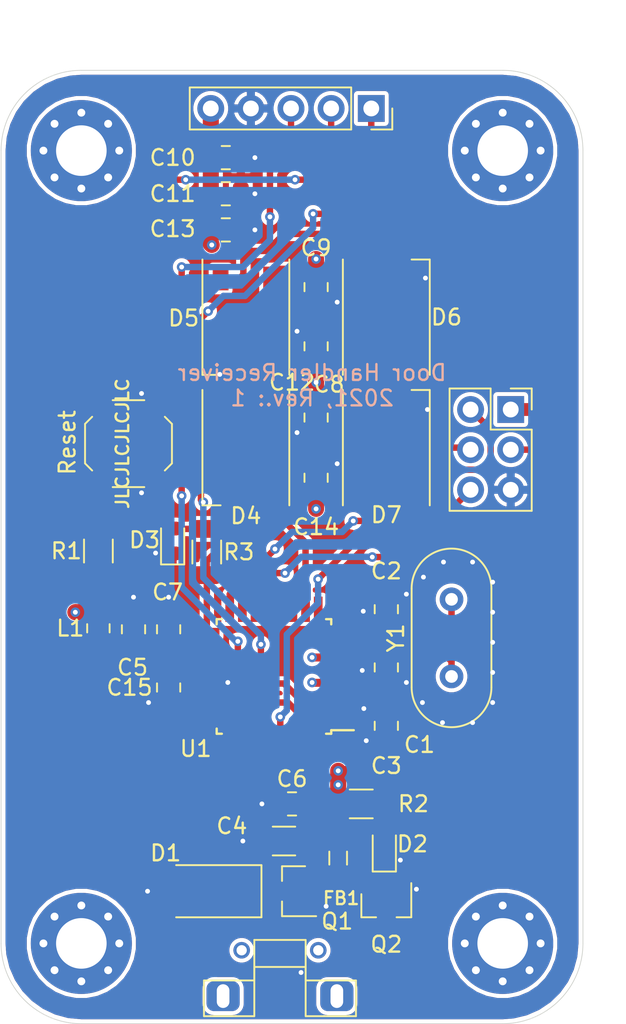
<source format=kicad_pcb>
(kicad_pcb (version 20241229) (generator "pcbnew") (generator_version "9.0")
  (layers (0 "F.Cu" signal) (4 "In1.Cu" power) (6 "In2.Cu" power) (2 "B.Cu" signal) (13 "F.Paste" user) (15 "B.Paste" user) (5 "F.SilkS" user "F.Silkscreen") (7 "B.SilkS" user "B.Silkscreen") (1 "F.Mask" user) (3 "B.Mask" user) (25 "Edge.Cuts" user))
  (net 0 "")
  (net 1 "GND")
  (net 2 "XTAL1")
  (net 3 "XTAL2")
  (net 4 "+5V")
  (net 5 "+5VA")
  (net 6 "AREF")
  (net 7 "Net-(D1-Pad1)")
  (net 8 "Net-(D2-Pad2)")
  (net 9 "Net-(D3-Pad2)")
  (net 10 "Net-(D4-Pad2)")
  (net 11 "D6")
  (net 12 "Net-(D5-Pad2)")
  (net 13 "Net-(D6-Pad2)")
  (net 14 "Net-(D7-Pad2)")
  (net 15 "Net-(FB1-Pad2)")
  (net 16 "!RESET")
  (net 17 "D13")
  (net 18 "D11")
  (net 19 "D12")
  (net 20 "VCC")
  (net 21 "D1")
  (net 22 "D0")
  (net 23 "D2")
  (net 24 "Net-(U1-Pad28)")
  (net 25 "Net-(U1-Pad27)")
  (net 26 "Net-(U1-Pad26)")
  (net 27 "Net-(U1-Pad25)")
  (net 28 "Net-(U1-Pad24)")
  (net 29 "Net-(U1-Pad23)")
  (net 30 "Net-(U1-Pad22)")
  (net 31 "Net-(U1-Pad19)")
  (net 32 "Net-(U1-Pad14)")
  (net 33 "Net-(U1-Pad13)")
  (net 34 "Net-(U1-Pad12)")
  (net 35 "Net-(U1-Pad11)")
  (net 36 "Net-(U1-Pad9)")
  (net 37 "Net-(U1-Pad2)")
  (net 38 "Net-(U1-Pad1)")
  (net 39 "Net-(J1-Pad2)")
  (net 40 "Net-(J1-Pad3)")
  (net 41 "Net-(J1-Pad4)")
  (footprint "Capacitor_SMD:C_0805_2012Metric" (layer "F.Cu") (at 152.654 97.4725 -90)
    (property "Reference" "C1")
    (property "Value" "20pF")
  )
  (footprint "Capacitor_SMD:C_0805_2012Metric" (layer "F.Cu") (at 152.654 93.7895 90)
    (property "Reference" "C2")
    (property "Value" "20pF")
  )
  (footprint "Capacitor_SMD:C_0805_2012Metric" (layer "F.Cu") (at 152.654 101.1682 -90)
    (property "Reference" "C3")
    (property "Value" "0.1uF")
  )
  (footprint "Capacitor_SMD:C_1206_3216Metric" (layer "F.Cu") (at 146.177 108.458 180)
    (property "Reference" "C4")
    (property "Value" "10uF")
  )
  (footprint "Capacitor_SMD:C_0805_2012Metric" (layer "F.Cu") (at 136.652 95.0595 90)
    (property "Reference" "C5")
    (property "Value" "1uF")
  )
  (footprint "Capacitor_SMD:C_0805_2012Metric" (layer "F.Cu") (at 146.685 106.1085 180)
    (property "Reference" "C6")
    (property "Value" "0.1uF")
  )
  (footprint "Capacitor_SMD:C_0805_2012Metric" (layer "F.Cu") (at 138.8745 95.0595 90)
    (property "Reference" "C7")
    (property "Value" "0.1uF")
  )
  (footprint "Capacitor_SMD:C_0805_2012Metric" (layer "F.Cu") (at 148.209 81.661 -90)
    (property "Reference" "C8")
    (property "Value" "0.1uF")
  )
  (footprint "Capacitor_SMD:C_0805_2012Metric" (layer "F.Cu") (at 142.494 65.2145)
    (property "Reference" "C10")
    (property "Value" "22uF")
  )
  (footprint "Capacitor_SMD:C_0805_2012Metric" (layer "F.Cu") (at 142.494 67.5005)
    (property "Reference" "C11")
    (property "Value" "22uF")
  )
  (footprint "Capacitor_SMD:C_0805_2012Metric" (layer "F.Cu") (at 142.494 69.7865)
    (property "Reference" "C13")
    (property "Value" "22uF")
  )
  (footprint "Capacitor_SMD:C_0805_2012Metric" (layer "F.Cu") (at 148.209 85.471 90)
    (property "Reference" "C14")
    (property "Value" "0.1uF")
  )
  (footprint "Capacitor_SMD:C_0805_2012Metric" (layer "F.Cu") (at 138.8745 98.7425 -90)
    (property "Reference" "C15")
    (property "Value" "0.1uF")
  )
  (footprint "Diode_SMD:D_SMA" (layer "F.Cu") (at 141.351 111.633 180)
    (property "Reference" "D1")
    (property "Value" "TVS 5V 824501500")
  )
  (footprint "LED_SMD:LED_0603_1608Metric" (layer "F.Cu") (at 152.527 108.9025 90)
    (property "Reference" "D2")
    (property "Value" "Power LED")
  )
  (footprint "LED_SMD:LED_0603_1608Metric" (layer "F.Cu") (at 139.1285 89.4715 90)
    (property "Reference" "D3")
    (property "Value" "Status LED")
  )
  (footprint "LED_SMD:LED_WS2812B_PLCC4_5.0x5.0mm_P3.2mm" (layer "F.Cu") (at 143.764 83.566 -90)
    (property "Reference" "D4")
    (property "Value" "WS2812C")
  )
  (footprint "LED_SMD:LED_WS2812B_PLCC4_5.0x5.0mm_P3.2mm" (layer "F.Cu") (at 152.654 83.566 90)
    (property "Reference" "D7")
    (property "Value" "WS2812C")
  )
  (footprint "Inductor_SMD:L_0805_2012Metric_Pad1.05x1.20mm_HandSolder" (layer "F.Cu") (at 149.606 109.5375 -90)
    (property "Reference" "FB1")
    (property "Value" "100 FB")
  )
  (footprint "MountingHole:MountingHole_3.2mm_M3_Pad_Via" (layer "F.Cu") (at 133.35 64.77)
    (property "Reference" "H1" (hide yes))
    (property "Value" "MountingHole")
  )
  (footprint "MountingHole:MountingHole_3.2mm_M3_Pad_Via" (layer "F.Cu") (at 133.35 114.935)
    (property "Reference" "H2" (hide yes))
    (property "Value" "MountingHole")
  )
  (footprint "MountingHole:MountingHole_3.2mm_M3_Pad_Via" (layer "F.Cu") (at 160.02 64.77)
    (property "Reference" "H3" (hide yes))
    (property "Value" "MountingHole")
  )
  (footprint "MountingHole:MountingHole_3.2mm_M3_Pad_Via" (layer "F.Cu") (at 160.02 114.935)
    (property "Reference" "H4" (hide yes))
    (property "Value" "MountingHole")
  )
  (footprint "Connector_PinSocket_2.54mm:PinSocket_2x03_P2.54mm_Vertical" (layer "F.Cu") (at 160.528 81.153)
    (property "Reference" "J2" (hide yes))
    (property "Value" "Conn_02x03_Odd_Even")
  )
  (footprint "Connector_PinSocket_2.54mm:PinSocket_1x05_P2.54mm_Vertical" (layer "F.Cu") (at 151.7015 62.103 -90)
    (property "Reference" "J3" (hide yes))
    (property "Value" "HC-12 Connector")
  )
  (footprint "Inductor_SMD:L_0805_2012Metric_Pad1.15x1.40mm_HandSolder" (layer "F.Cu") (at 134.4295 94.996 -90)
    (property "Reference" "L1")
    (property "Value" "39nH")
  )
  (footprint "Package_TO_SOT_SMD:SOT-23" (layer "F.Cu") (at 146.812 111.633 180)
    (property "Reference" "Q1")
    (property "Value" "AO3401A")
  )
  (footprint "Package_TO_SOT_SMD:SOT-23" (layer "F.Cu") (at 152.654 112.522 -90)
    (property "Reference" "Q2")
    (property "Value" "AO3401A")
  )
  (footprint "Resistor_SMD:R_1206_3216Metric" (layer "F.Cu") (at 134.4295 90.1065 90)
    (property "Reference" "R1")
    (property "Value" "10k")
  )
  (footprint "Resistor_SMD:R_1206_3216Metric" (layer "F.Cu") (at 151.0665 106.1085 180)
    (property "Reference" "R2")
    (property "Value" "1.5k")
  )
  (footprint "Resistor_SMD:R_1206_3216Metric" (layer "F.Cu") (at 141.2875 90.17 -90)
    (property "Reference" "R3")
    (property "Value" "1.5k")
  )
  (footprint "Button_Switch_SMD:SW_SPST_TL3342" (layer "F.Cu") (at 136.3345 83.312 90)
    (property "Reference" "SW1" (hide yes))
    (property "Value" "Reset button")
  )
  (footprint "Package_QFP:TQFP-32_7x7mm_P0.8mm" (layer "F.Cu") (at 145.542 98.044 180)
    (property "Reference" "U1")
    (property "Value" "ATmega328P-AU")
  )
  (footprint "Crystal:Crystal_HC49-U_Vertical" (layer "F.Cu") (at 156.7815 98.044 90)
    (property "Reference" "Y1")
    (property "Value" "16Mhz Crystal")
  )
  (footprint "Custom:Micro_USB_B_Female" (layer "F.Cu") (at 145.923 115.57)
    (property "Reference" "J1" (hide yes))
    (property "Value" "USB_B_Micro_Without_Shield")
  )
  (footprint "Capacitor_SMD:C_0805_2012Metric" (layer "F.Cu") (at 148.209 73.406 -90)
    (property "Reference" "C9")
    (property "Value" "0.1uF")
  )
  (footprint "Capacitor_SMD:C_0805_2012Metric" (layer "F.Cu") (at 148.209 77.155 90)
    (property "Reference" "C12")
    (property "Value" "0.1uF")
  )
  (footprint "LED_SMD:LED_WS2812B_PLCC4_5.0x5.0mm_P3.2mm" (layer "F.Cu") (at 143.764 75.311 -90)
    (property "Reference" "D5")
    (property "Value" "WS2812C")
  )
  (footprint "LED_SMD:LED_WS2812B_PLCC4_5.0x5.0mm_P3.2mm" (layer "F.Cu") (at 152.654 75.311 90)
    (property "Reference" "D6")
    (property "Value" "WS2812C")
  )
  (footprint "Custom:JLCPCB_Order_Number" (layer "F.Cu") (at 135.9535 83.312 -90)
    (property "Reference" "REF**" (hide yes))
    (property "Value" "JLCPCB_Order_Number")
  )
  (gr_line (start 160.02 59.69) (end 133.35 59.69) (stroke (width 0.05)) (layer "Edge.Cuts"))
  (gr_line (start 165.1 114.935) (end 165.1 64.77) (stroke (width 0.05)) (layer "Edge.Cuts"))
  (gr_arc (start 133.35 120.015) (mid 129.757898 118.527102) (end 128.27 114.935) (stroke (width 0.05)) (layer "Edge.Cuts"))
  (gr_arc (start 160.02 59.69) (mid 163.612102 61.177898) (end 165.1 64.77) (stroke (width 0.05)) (layer "Edge.Cuts"))
  (gr_arc (start 165.1 114.935) (mid 163.612102 118.527102) (end 160.02 120.015) (stroke (width 0.05)) (layer "Edge.Cuts"))
  (gr_line (start 128.27 64.77) (end 128.27 114.935) (stroke (width 0.05)) (layer "Edge.Cuts"))
  (gr_arc (start 128.27 64.77) (mid 129.757898 61.177898) (end 133.35 59.69) (stroke (width 0.05)) (layer "Edge.Cuts"))
  (gr_line (start 133.35 120.015) (end 160.02 120.015) (stroke (width 0.05)) (layer "Edge.Cuts"))
  (gr_text "Reset" (at 132.461 83.2485 90) (layer "F.SilkS") (effects (font (size 1 1))))
  (gr_text "Door Handler Receiver\n2021, Rev.: 1" (at 147.955 79.629 0) (layer "B.SilkS") (effects (font (size 1 1)) (justify mirror)))
  (segment (start 149.792 99.244) (end 150.7044 99.244) (width 0.4064) (layer "F.Cu") (net 1))
  (segment (start 150.7044 99.244) (end 151.2316 99.7712) (width 0.4064) (layer "F.Cu") (net 1))
  (segment (start 151.2316 99.7712) (end 151.2316 100.076) (width 0.4064) (layer "F.Cu") (net 1))
  (via (at 151.2316 100.076) (size 0.6096) (drill 0.3048) (layers "F.Cu" "B.Cu") (net 1))
  (via (at 159.385 99.695) (size 0.6096) (drill 0.3048) (layers "F.Cu" "B.Cu") (net 1))
  (via (at 151.1935 93.9165) (size 0.6096) (drill 0.3048) (layers "F.Cu" "B.Cu") (net 1))
  (via (at 154.94 99.695) (size 0.6096) (drill 0.3048) (layers "F.Cu" "B.Cu") (net 1))
  (via (at 158.115 100.965) (size 0.6096) (drill 0.3048) (layers "F.Cu" "B.Cu") (net 1))
  (via (at 137.541 111.633) (size 0.6096) (drill 0.3048) (layers "F.Cu" "B.Cu") (net 1))
  (via (at 154.559 111.506) (size 0.6096) (drill 0.3048) (layers "F.Cu" "B.Cu") (net 1))
  (via (at 148.844 112.5855) (size 0.6096) (drill 0.3048) (layers "F.Cu" "B.Cu") (net 1))
  (via (at 147.2565 116.7765) (size 0.6096) (drill 0.3048) (layers "F.Cu" "B.Cu") (net 1))
  (via (at 153.924 98.425) (size 0.6096) (drill 0.3048) (layers "F.Cu" "B.Cu") (net 1))
  (via (at 159.385 93.98) (size 0.6096) (drill 0.3048) (layers "F.Cu" "B.Cu") (net 1))
  (via (at 159.385 95.885) (size 0.6096) (drill 0.3048) (layers "F.Cu" "B.Cu") (net 1))
  (via (at 144.3355 67.5005) (size 0.6096) (drill 0.3048) (layers "F.Cu" "B.Cu") (net 1))
  (via (at 151.384 102.108) (size 0.6096) (drill 0.3048) (layers "F.Cu" "B.Cu") (net 1))
  (via (at 147.0025 82.6135) (size 0.6096) (drill 0.3048) (layers "F.Cu" "B.Cu") (net 1))
  (via (at 143.5735 108.458) (size 0.6096) (drill 0.3048) (layers "F.Cu" "B.Cu") (net 1))
  (via (at 151.13 97.663) (size 0.6096) (drill 0.3048) (layers "F.Cu" "B.Cu") (net 1))
  (via (at 137.16 80.137) (size 0.6096) (drill 0.3048) (layers "F.Cu" "B.Cu") (net 1))
  (via (at 138.8745 93.0275) (size 0.6096) (drill 0.3048) (layers "F.Cu" "B.Cu") (net 1))
  (via (at 149.5425 74.3585) (size 0.6096) (drill 0.3048) (layers "F.Cu" "B.Cu") (net 1))
  (via (at 159.385 97.79) (size 0.6096) (drill 0.3048) (layers "F.Cu" "B.Cu") (net 1))
  (via (at 142.621 98.425) (size 0.6096) (drill 0.3048) (layers "F.Cu" "B.Cu") (net 1))
  (via (at 138.049 90.2335) (size 0.6096) (drill 0.3048) (layers "F.Cu" "B.Cu") (net 1))
  (via (at 144.3355 65.2145) (size 0.6096) (drill 0.3048) (layers "F.Cu" "B.Cu") (net 1))
  (via (at 149.5425 84.582) (size 0.6096) (drill 0.3048) (layers "F.Cu" "B.Cu") (net 1))
  (via (at 137.6045 99.695) (size 0.6096) (drill 0.3048) (layers "F.Cu" "B.Cu") (net 1))
  (via (at 142.113 78.9305) (size 0.6096) (drill 0.3048) (layers "F.Cu" "B.Cu") (net 1))
  (via (at 153.924 92.837) (size 0.6096) (drill 0.3048) (layers "F.Cu" "B.Cu") (net 1))
  (via (at 155.1305 72.8345) (size 0.6096) (drill 0.3048) (layers "F.Cu" "B.Cu") (net 1))
  (via (at 147.0025 76.2) (size 0.6096) (drill 0.3048) (layers "F.Cu" "B.Cu") (net 1))
  (via (at 155.2575 81.153) (size 0.6096) (drill 0.3048) (layers "F.Cu" "B.Cu") (net 1))
  (via (at 144.78 106.1085) (size 0.6096) (drill 0.3048) (layers "F.Cu" "B.Cu") (net 1))
  (via (at 137.16 86.4235) (size 0.6096) (drill 0.3048) (layers "F.Cu" "B.Cu") (net 1))
  (via (at 159.385 92.075) (size 0.6096) (drill 0.3048) (layers "F.Cu" "B.Cu") (net 1))
  (via (at 158.115 90.805) (size 0.6096) (drill 0.3048) (layers "F.Cu" "B.Cu") (net 1))
  (via (at 156.21 100.965) (size 0.6096) (drill 0.3048) (layers "F.Cu" "B.Cu") (net 1))
  (via (at 144.3355 69.7865) (size 0.6096) (drill 0.3048) (layers "F.Cu" "B.Cu") (net 1))
  (via (at 155.0035 91.7575) (size 0.6096) (drill 0.3048) (layers "F.Cu" "B.Cu") (net 1))
  (via (at 156.2735 90.805) (size 0.6096) (drill 0.3048) (layers "F.Cu" "B.Cu") (net 1))
  (via (at 153.543 109.6645) (size 0.6096) (drill 0.3048) (layers "F.Cu" "B.Cu") (net 1))
  (via (at 136.652 93.0275) (size 0.6096) (drill 0.3048) (layers "F.Cu" "B.Cu") (net 1))
  (segment (start 156.7815 97.0915) (end 156.7815 98.044) (width 0.4064) (layer "F.Cu") (net 2))
  (segment (start 156.2125 96.5225) (end 156.7815 97.0915) (width 0.4064) (layer "F.Cu") (net 2))
  (segment (start 149.792 96.044) (end 152.1755 96.044) (width 0.4064) (layer "F.Cu") (net 2))
  (segment (start 152.654 96.5225) (end 156.2125 96.5225) (width 0.4064) (layer "F.Cu") (net 2))
  (segment (start 152.1755 96.044) (end 152.654 96.5225) (width 0.4064) (layer "F.Cu") (net 2))
  (segment (start 149.792 95.244) (end 152.1495 95.244) (width 0.4064) (layer "F.Cu") (net 3))
  (segment (start 152.654 94.7395) (end 156.3395 94.7395) (width 0.4064) (layer "F.Cu") (net 3))
  (segment (start 152.1495 95.244) (end 152.654 94.7395) (width 0.4064) (layer "F.Cu") (net 3))
  (segment (start 156.7815 94.2975) (end 156.7815 93.164) (width 0.4064) (layer "F.Cu") (net 3))
  (segment (start 156.3395 94.7395) (end 156.7815 94.2975) (width 0.4064) (layer "F.Cu") (net 3))
  (segment (start 154.1526 104.013) (end 154.7495 103.4161) (width 0.6096) (layer "F.Cu") (net 4))
  (segment (start 141.544 62.1055) (end 141.5415 62.103) (width 1.016) (layer "F.Cu") (net 4))
  (segment (start 134.4295 93.971) (end 134.4295 91.569) (width 1.016) (layer "F.Cu") (net 4))
  (segment (start 141.544 67.5005) (end 141.544 65.2145) (width 1.016) (layer "F.Cu") (net 4))
  (segment (start 150.71 78.105) (end 151.054 77.761) (width 1.016) (layer "F.Cu") (net 4))
  (segment (start 152.654 100.2182) (end 152.654 100.203) (width 0.508) (layer "F.Cu") (net 4))
  (segment (start 149.604 104.904) (end 149.606 104.902) (width 1.016) (layer "F.Cu") (net 4))
  (segment (start 147.974 98.444) (end 147.955 98.425) (width 0.508) (layer "F.Cu") (net 4))
  (segment (start 148.209 72.456) (end 145.769 72.456) (width 0.8128) (layer "F.Cu") (net 4))
  (segment (start 148.209 86.421) (end 150.649 86.421) (width 1.016) (layer "F.Cu") (net 4))
  (segment (start 154.7495 100.711) (end 154.2567 100.2182) (width 0.6096) (layer "F.Cu") (net 4))
  (segment (start 141.605 70.739) (end 141.544 70.678) (width 1.016) (layer "F.Cu") (net 4))
  (segment (start 149.606 104.013) (end 149.606 104.902) (width 1.016) (layer "F.Cu") (net 4))
  (segment (start 147.9615 96.844) (end 147.955 96.8375) (width 0.508) (layer "F.Cu") (net 4))
  (segment (start 132.978 93.971) (end 134.4295 93.971) (width 1.016) (layer "F.Cu") (net 4))
  (segment (start 141.544 69.7865) (end 141.544 67.5005) (width 1.016) (layer "F.Cu") (net 4))
  (segment (start 149.792 98.444) (end 147.974 98.444) (width 0.508) (layer "F.Cu") (net 4))
  (segment (start 141.544 70.678) (end 141.544 69.7865) (width 1.016) (layer "F.Cu") (net 4))
  (segment (start 149.606 104.013) (end 154.1526 104.013) (width 0.6096) (layer "F.Cu") (net 4))
  (segment (start 148.209 79.4385) (end 148.209 80.711) (width 1.016) (layer "F.Cu") (net 4))
  (segment (start 154.7495 103.4161) (end 154.7495 100.711) (width 0.6096) (layer "F.Cu") (net 4))
  (segment (start 141.544 65.2145) (end 141.544 62.1055) (width 1.016) (layer "F.Cu") (net 4))
  (segment (start 154.2567 100.2182) (end 152.654 100.2182) (width 0.6096) (layer "F.Cu") (net 4))
  (segment (start 150.649 86.421) (end 151.054 86.016) (width 1.016) (layer "F.Cu") (net 4))
  (segment (start 149.606 108.3875) (end 147.7225 108.3875) (width 1.016) (layer "F.Cu") (net 4))
  (segment (start 147.7225 108.3875) (end 147.652 108.458) (width 1.016) (layer "F.Cu") (net 4))
  (segment (start 147.652 108.458) (end 147.652 106.1255) (width 1.016) (layer "F.Cu") (net 4))
  (segment (start 145.769 72.456) (end 145.364 72.861) (width 0.8128) (layer "F.Cu") (net 4))
  (segment (start 132.969 93.98) (end 132.978 93.971) (width 1.016) (layer "F.Cu") (net 4))
  (segment (start 150.895 98.444) (end 149.792 98.444) (width 0.508) (layer "F.Cu") (net 4))
  (segment (start 148.209 78.105) (end 150.71 78.105) (width 1.016) (layer "F.Cu") (net 4))
  (segment (start 152.654 100.203) (end 150.895 98.444) (width 0.508) (layer "F.Cu") (net 4))
  (segment (start 148.209 80.711) (end 145.769 80.711) (width 1.016) (layer "F.Cu") (net 4))
  (segment (start 148.209 79.4385) (end 148.209 78.105) (width 1.016) (layer "F.Cu") (net 4))
  (segment (start 145.769 80.711) (end 145.364 81.116) (width 1.016) (layer "F.Cu") (net 4))
  (segment (start 147.652 106.1255) (end 147.635 106.1085) (width 1.016) (layer "F.Cu") (net 4))
  (segment (start 149.606 108.3875) (end 149.606 106.1105) (width 1.016) (layer "F.Cu") (net 4))
  (segment (start 149.606 106.1105) (end 149.604 106.1085) (width 1.016) (layer "F.Cu") (net 4))
  (segment (start 148.209 71.628) (end 148.209 72.456) (width 1.016) (layer "F.Cu") (net 4))
  (segment (start 149.792 96.844) (end 147.9615 96.844) (width 0.508) (layer "F.Cu") (net 4))
  (segment (start 147.635 106.1085) (end 149.604 106.1085) (width 1.016) (layer "F.Cu") (net 4))
  (segment (start 149.604 106.1085) (end 149.604 104.904) (width 1.016) (layer "F.Cu") (net 4))
  (segment (start 148.209 87.4395) (end 148.209 86.421) (width 1.016) (layer "F.Cu") (net 4))
  (via (at 132.969 93.98) (size 0.6096) (drill 0.3048) (layers "F.Cu" "B.Cu") (net 4))
  (via (at 147.955 96.8375) (size 0.6096) (drill 0.3048) (layers "F.Cu" "B.Cu") (net 4))
  (via (at 148.209 79.4385) (size 0.6096) (drill 0.3048) (layers "F.Cu" "B.Cu") (net 4))
  (via (at 147.955 98.425) (size 0.6096) (drill 0.3048) (layers "F.Cu" "B.Cu") (net 4))
  (via (at 149.606 104.013) (size 0.6096) (drill 0.3048) (layers "F.Cu" "B.Cu") (net 4))
  (via (at 149.606 104.902) (size 0.6096) (drill 0.3048) (layers "F.Cu" "B.Cu") (net 4))
  (via (at 148.209 87.4395) (size 0.6096) (drill 0.3048) (layers "F.Cu" "B.Cu") (net 4))
  (via (at 141.605 70.739) (size 0.6096) (drill 0.3048) (layers "F.Cu" "B.Cu") (net 4))
  (via (at 148.209 71.628) (size 0.6096) (drill 0.3048) (layers "F.Cu" "B.Cu") (net 4))
  (segment (start 138.8745 96.0095) (end 136.652 96.0095) (width 0.4064) (layer "F.Cu") (net 5))
  (segment (start 138.909 96.044) (end 138.8745 96.0095) (width 0.4064) (layer "F.Cu") (net 5))
  (segment (start 141.292 96.044) (end 138.909 96.044) (width 0.4064) (layer "F.Cu") (net 5))
  (segment (start 136.652 96.0095) (end 134.441 96.0095) (width 0.4064) (layer "F.Cu") (net 5))
  (segment (start 134.441 96.0095) (end 134.4295 96.021) (width 0.4064) (layer "F.Cu") (net 5))
  (segment (start 139.023 97.644) (end 138.8745 97.7925) (width 0.4064) (layer "F.Cu") (net 6))
  (segment (start 141.292 97.644) (end 139.023 97.644) (width 0.4064) (layer "F.Cu") (net 6))
  (segment (start 152.527 106.1105) (end 152.529 106.1085) (width 1.016) (layer "F.Cu") (net 8))
  (segment (start 152.527 108.115) (end 152.527 106.1105) (width 1.016) (layer "F.Cu") (net 8))
  (segment (start 139.152 88.7075) (end 139.1285 88.684) (width 0.4064) (layer "F.Cu") (net 9))
  (segment (start 141.2875 88.7075) (end 139.152 88.7075) (width 0.4064) (layer "F.Cu") (net 9))
  (segment (start 142.164 81.116) (end 143.039 81.116) (width 0.4064) (layer "F.Cu") (net 10))
  (segment (start 144.235 77.761) (end 145.364 77.761) (width 0.4064) (layer "F.Cu") (net 10))
  (segment (start 143.039 81.116) (end 143.764 80.391) (width 0.4064) (layer "F.Cu") (net 10))
  (segment (start 143.764 80.391) (end 143.764 78.232) (width 0.4064) (layer "F.Cu") (net 10))
  (segment (start 143.764 78.232) (end 144.235 77.761) (width 0.4064) (layer "F.Cu") (net 10))
  (segment (start 147.542 89.5665) (end 147.542 93.794) (width 0.4064) (layer "F.Cu") (net 11))
  (segment (start 145.364 86.016) (end 145.364 87.3885) (width 0.4064) (layer "F.Cu") (net 11))
  (segment (start 145.364 87.3885) (end 147.542 89.5665) (width 0.4064) (layer "F.Cu") (net 11))
  (segment (start 149.86 70.0405) (end 151.054 71.2345) (width 0.4064) (layer "F.Cu") (net 12))
  (segment (start 144.145 71.12) (end 145.0975 71.12) (width 0.4064) (layer "F.Cu") (net 12))
  (segment (start 151.054 71.2345) (end 151.054 72.861) (width 0.4064) (layer "F.Cu") (net 12))
  (segment (start 143.3565 72.861) (end 143.60525 72.61225) (width 0.4064) (layer "F.Cu") (net 12))
  (segment (start 142.164 72.861) (end 143.3565 72.861) (width 0.4064) (layer "F.Cu") (net 12))
  (segment (start 143.60525 71.65975) (end 144.145 71.12) (width 0.4064) (layer "F.Cu") (net 12))
  (segment (start 145.0975 71.12) (end 146.177 70.0405) (width 0.4064) (layer "F.Cu") (net 12))
  (segment (start 146.177 70.0405) (end 149.86 70.0405) (width 0.4064) (layer "F.Cu") (net 12))
  (segment (start 143.60525 72.61225) (end 143.60525 71.65975) (width 0.4064) (layer "F.Cu") (net 12))
  (segment (start 152.527 78.105) (end 152.871 77.761) (width 0.4064) (layer "F.Cu") (net 13))
  (segment (start 152.056 81.116) (end 152.527 80.645) (width 0.4064) (layer "F.Cu") (net 13))
  (segment (start 151.054 81.116) (end 152.056 81.116) (width 0.4064) (layer "F.Cu") (net 13))
  (segment (start 152.871 77.761) (end 154.254 77.761) (width 0.4064) (layer "F.Cu") (net 13))
  (segment (start 152.527 80.645) (end 152.527 78.105) (width 0.4064) (layer "F.Cu") (net 13))
  (segment (start 149.606 110.6875) (end 147.8165 110.6875) (width 1.016) (layer "F.Cu") (net 15))
  (segment (start 147.8165 110.6875) (end 147.812 110.683) (width 1.016) (layer "F.Cu") (net 15))
  (segment (start 151.704 111.522) (end 150.4405 111.522) (width 1.016) (layer "F.Cu") (net 15))
  (segment (start 150.4405 111.522) (end 149.606 110.6875) (width 1.016) (layer "F.Cu") (net 15))
  (segment (start 134.4345 86.462) (end 134.4345 80.162) (width 0.4064) (layer "F.Cu") (net 16))
  (segment (start 145.942 102.294) (end 145.942 100.603) (width 0.4064) (layer "F.Cu") (net 16))
  (segment (start 132.6535 88.644) (end 131.3815 89.916) (width 0.4064) (layer "F.Cu") (net 16))
  (segment (start 155.3845 88.8365) (end 157.988 86.233) (width 0.4064) (layer "F.Cu") (net 16))
  (segment (start 134.4295 86.467) (end 134.4345 86.462) (width 0.4064) (layer "F.Cu") (net 16))
  (segment (start 134.5565 103.505) (end 145.669 103.505) (width 0.4064) (layer "F.Cu") (net 16))
  (segment (start 145.942 103.232) (end 145.942 102.294) (width 0.4064) (layer "F.Cu") (net 16))
  (segment (start 151.384 88.8365) (end 155.3845 88.8365) (width 0.4064) (layer "F.Cu") (net 16))
  (segment (start 131.3815 100.33) (end 134.5565 103.505) (width 0.4064) (layer "F.Cu") (net 16))
  (segment (start 145.669 103.505) (end 145.942 103.232) (width 0.4064) (layer "F.Cu") (net 16))
  (segment (start 134.4295 88.644) (end 134.4295 86.467) (width 0.4064) (layer "F.Cu") (net 16))
  (segment (start 134.4295 88.644) (end 132.6535 88.644) (width 0.4064) (layer "F.Cu") (net 16))
  (segment (start 131.3815 89.916) (end 131.3815 100.33) (width 0.4064) (layer "F.Cu") (net 16))
  (segment (start 148.336 91.8845) (end 151.384 88.8365) (width 0.4064) (layer "F.Cu") (net 16))
  (via (at 145.942 100.603) (size 0.6096) (drill 0.3048) (layers "F.Cu" "B.Cu") (net 16))
  (via (at 148.336 91.8845) (size 0.6096) (drill 0.3048) (layers "F.Cu" "B.Cu") (net 16))
  (segment (start 146.3548 100.1902) (end 145.942 100.603) (width 0.4064) (layer "B.Cu") (net 16))
  (segment (start 148.336 93.4085) (end 146.3548 95.3897) (width 0.4064) (layer "B.Cu") (net 16))
  (segment (start 146.3548 95.3897) (end 146.3548 100.1902) (width 0.4064) (layer "B.Cu") (net 16))
  (segment (start 148.336 91.8845) (end 148.336 93.4085) (width 0.4064) (layer "B.Cu") (net 16))
  (segment (start 141.292 95.244) (end 141.292 91.637) (width 0.4064) (layer "F.Cu") (net 17))
  (segment (start 144.2085 83.566) (end 157.861 83.566) (width 0.4064) (layer "F.Cu") (net 17))
  (segment (start 141.6685 90.3605) (end 142.748 90.3605) (width 0.4064) (layer "F.Cu") (net 17))
  (segment (start 143.637 89.4715) (end 143.637 84.1375) (width 0.4064) (layer "F.Cu") (net 17))
  (segment (start 143.637 84.1375) (end 144.2085 83.566) (width 0.4064) (layer "F.Cu") (net 17))
  (segment (start 141.2875 91.6325) (end 141.2875 90.7415) (width 0.4064) (layer "F.Cu") (net 17))
  (segment (start 141.2875 90.7415) (end 141.6685 90.3605) (width 0.4064) (layer "F.Cu") (net 17))
  (segment (start 142.748 90.3605) (end 143.637 89.4715) (width 0.4064) (layer "F.Cu") (net 17))
  (segment (start 157.861 83.566) (end 157.988 83.693) (width 0.4064) (layer "F.Cu") (net 17))
  (segment (start 141.292 91.637) (end 141.2875 91.6325) (width 0.4064) (layer "F.Cu") (net 17))
  (segment (start 146.2405 91.5035) (end 144.9705 91.5035) (width 0.4064) (layer "F.Cu") (net 18))
  (segment (start 144.9705 91.5035) (end 143.542 92.932) (width 0.4064) (layer "F.Cu") (net 18))
  (segment (start 161.671 83.693) (end 160.528 83.693) (width 0.4064) (layer "F.Cu") (net 18))
  (segment (start 155.47975 90.4875) (end 157.06725 88.9) (width 0.4064) (layer "F.Cu") (net 18))
  (segment (start 151.765 90.4875) (end 155.47975 90.4875) (width 0.4064) (layer "F.Cu") (net 18))
  (segment (start 161.3535 88.9) (end 162.1155 88.138) (width 0.4064) (layer "F.Cu") (net 18))
  (segment (start 162.1155 88.138) (end 162.1155 84.1375) (width 0.4064) (layer "F.Cu") (net 18))
  (segment (start 162.1155 84.1375) (end 161.671 83.693) (width 0.4064) (layer "F.Cu") (net 18))
  (segment (start 143.542 92.932) (end 143.542 93.794) (width 0.4064) (layer "F.Cu") (net 18))
  (segment (start 157.06725 88.9) (end 161.3535 88.9) (width 0.4064) (layer "F.Cu") (net 18))
  (via (at 146.2405 91.5035) (size 0.6096) (drill 0.3048) (layers "F.Cu" "B.Cu") (net 18))
  (via (at 151.765 90.4875) (size 0.6096) (drill 0.3048) (layers "F.Cu" "B.Cu") (net 18))
  (segment (start 151.7523 90.4748) (end 147.2692 90.4748) (width 0.4064) (layer "B.Cu") (net 18))
  (segment (start 147.2692 90.4748) (end 146.2405 91.5035) (width 0.4064) (layer "B.Cu") (net 18))
  (segment (start 151.765 90.4875) (end 151.7523 90.4748) (width 0.4064) (layer "B.Cu") (net 18))
  (segment (start 156.845 84.963) (end 158.877 84.963) (width 0.4064) (layer "F.Cu") (net 19))
  (segment (start 155.1305 88.2015) (end 156.4005 86.9315) (width 0.4064) (layer "F.Cu") (net 19))
  (segment (start 159.258 82.423) (end 157.988 81.153) (width 0.4064) (layer "F.Cu") (net 19))
  (segment (start 156.4005 86.9315) (end 156.4005 85.4075) (width 0.4064) (layer "F.Cu") (net 19))
  (segment (start 151.9555 88.2015) (end 155.1305 88.2015) (width 0.4064) (layer "F.Cu") (net 19))
  (segment (start 145.6055 89.9795) (end 142.742 92.843) (width 0.4064) (layer "F.Cu") (net 19))
  (segment (start 156.4005 85.4075) (end 156.845 84.963) (width 0.4064) (layer "F.Cu") (net 19))
  (segment (start 150.5585 88.2015) (end 151.9555 88.2015) (width 0.4064) (layer "F.Cu") (net 19))
  (segment (start 158.877 84.963) (end 159.258 84.582) (width 0.4064) (layer "F.Cu") (net 19))
  (segment (start 151.9555 88.2015) (end 152.019 88.2015) (width 0.4064) (layer "F.Cu") (net 19))
  (segment (start 142.742 92.843) (end 142.742 93.794) (width 0.4064) (layer "F.Cu") (net 19))
  (segment (start 159.258 84.582) (end 159.258 82.423) (width 0.4064) (layer "F.Cu") (net 19))
  (via (at 150.5585 88.2015) (size 0.6096) (drill 0.3048) (layers "F.Cu" "B.Cu") (net 19))
  (via (at 145.6055 89.9795) (size 0.6096) (drill 0.3048) (layers "F.Cu" "B.Cu") (net 19))
  (segment (start 146.685 88.9) (end 149.86 88.9) (width 0.4064) (layer "B.Cu") (net 19))
  (segment (start 149.86 88.9) (end 150.5585 88.2015) (width 0.4064) (layer "B.Cu") (net 19))
  (segment (start 145.6055 89.9795) (end 146.685 88.9) (width 0.4064) (layer "B.Cu") (net 19))
  (segment (start 162.179 103.0605) (end 163.7665 101.473) (width 0.8128) (layer "F.Cu") (net 20))
  (segment (start 155.6385 109.601) (end 157.226 108.0135) (width 0.8128) (layer "F.Cu") (net 20))
  (segment (start 157.226 108.0135) (end 157.226 104.4575) (width 0.8128) (layer "F.Cu") (net 20))
  (segment (start 163.7665 101.473) (end 163.7665 82.423) (width 0.8128) (layer "F.Cu") (net 20))
  (segment (start 163.7665 82.423) (end 162.4965 81.153) (width 0.8128) (layer "F.Cu") (net 20))
  (segment (start 152.654 113.522) (end 154.829 113.522) (width 0.8128) (layer "F.Cu") (net 20))
  (segment (start 162.4965 81.153) (end 160.528 81.153) (width 0.8128) (layer "F.Cu") (net 20))
  (segment (start 157.226 104.4575) (end 158.623 103.0605) (width 0.8128) (layer "F.Cu") (net 20))
  (segment (start 155.6385 112.7125) (end 155.6385 109.601) (width 0.8128) (layer "F.Cu") (net 20))
  (segment (start 158.623 103.0605) (end 162.179 103.0605) (width 0.8128) (layer "F.Cu") (net 20))
  (segment (start 154.829 113.522) (end 155.6385 112.7125) (width 0.8128) (layer "F.Cu") (net 20))
  (segment (start 139.7 73.406) (end 139.7 72.136) (width 0.4064) (layer "F.Cu") (net 21))
  (segment (start 146.6215 64.7065) (end 146.6215 62.103) (width 0.4064) (layer "F.Cu") (net 21))
  (segment (start 143.4465 98.806) (end 144.3355 99.695) (width 0.4064) (layer "F.Cu") (net 21))
  (segment (start 143.4465 97.0915) (end 143.4465 98.806) (width 0.4064) (layer "F.Cu") (net 21))
  (segment (start 146.431 99.695) (end 147.542 100.806) (width 0.4064) (layer "F.Cu") (net 21))
  (segment (start 145.288 66.04) (end 146.6215 64.7065) (width 0.4064) (layer "F.Cu") (net 21))
  (segment (start 145.288 68.961) (end 145.288 66.04) (width 0.4064) (layer "F.Cu") (net 21))
  (segment (start 139.7 86.614) (end 139.7 73.406) (width 0.4064) (layer "F.Cu") (net 21))
  (segment (start 144.3355 99.695) (end 146.431 99.695) (width 0.4064) (layer "F.Cu") (net 21))
  (segment (start 143.256 95.8215) (end 143.256 96.901) (width 0.4064) (layer "F.Cu") (net 21))
  (segment (start 143.256 96.901) (end 143.4465 97.0915) (width 0.4064) (layer "F.Cu") (net 21))
  (segment (start 147.542 100.806) (end 147.542 102.294) (width 0.4064) (layer "F.Cu") (net 21))
  (via (at 143.256 95.8215) (size 0.6096) (drill 0.3048) (layers "F.Cu" "B.Cu") (net 21))
  (via (at 139.7 86.614) (size 0.6096) (drill 0.3048) (layers "F.Cu" "B.Cu") (net 21))
  (via (at 139.7 72.136) (size 0.6096) (drill 0.3048) (layers "F.Cu" "B.Cu") (net 21))
  (via (at 145.288 68.961) (size 0.6096) (drill 0.3048) (layers "F.Cu" "B.Cu") (net 21))
  (segment (start 139.7 92.3925) (end 139.7 86.614) (width 0.4064) (layer "B.Cu") (net 21))
  (segment (start 143.5735 72.136) (end 139.7 72.136) (width 0.4064) (layer "B.Cu") (net 21))
  (segment (start 143.256 95.8215) (end 143.129 95.8215) (width 0.4064) (layer "B.Cu") (net 21))
  (segment (start 143.129 95.8215) (end 139.7 92.3925) (width 0.4064) (layer "B.Cu") (net 21))
  (segment (start 145.288 70.4215) (end 143.5735 72.136) (width 0.4064) (layer "B.Cu") (net 21))
  (segment (start 145.288 68.961) (end 145.288 70.4215) (width 0.4064) (layer "B.Cu") (net 21))
  (segment (start 146.177 104.8385) (end 133.985 104.8385) (width 0.4064) (layer "F.Cu") (net 22))
  (segment (start 139.192 66.6115) (end 139.954 66.6115) (width 0.4064) (layer "F.Cu") (net 22))
  (segment (start 146.8755 66.6115) (end 148.3995 66.6115) (width 0.4064) (layer "F.Cu") (net 22))
  (segment (start 146.742 104.2735) (end 146.177 104.8385) (width 0.4064) (layer "F.Cu") (net 22))
  (segment (start 130.1115 78.1685) (end 132.23875 76.04125) (width 0.4064) (layer "F.Cu") (net 22))
  (segment (start 148.3995 66.6115) (end 149.1615 65.8495) (width 0.4064) (layer "F.Cu") (net 22))
  (segment (start 136.74725 76.04125) (end 138.14425 74.64425) (width 0.4064) (layer "F.Cu") (net 22))
  (segment (start 132.23875 76.04125) (end 136.74725 76.04125) (width 0.4064) (layer "F.Cu") (net 22))
  (segment (start 130.1115 100.965) (end 130.1115 78.1685) (width 0.4064) (layer "F.Cu") (net 22))
  (segment (start 138.14425 74.64425) (end 138.14425 67.65925) (width 0.4064) (layer "F.Cu") (net 22))
  (segment (start 149.1615 65.8495) (end 149.1615 62.103) (width 0.4064) (layer "F.Cu") (net 22))
  (segment (start 133.985 104.8385) (end 130.1115 100.965) (width 0.4064) (layer "F.Cu") (net 22))
  (segment (start 146.742 102.294) (end 146.742 104.2735) (width 0.4064) (layer "F.Cu") (net 22))
  (segment (start 138.14425 67.65925) (end 139.192 66.6115) (width 0.4064) (layer "F.Cu") (net 22))
  (via (at 146.8755 66.6115) (size 0.6096) (drill 0.3048) (layers "F.Cu" "B.Cu") (net 22))
  (via (at 139.954 66.6115) (size 0.6096) (drill 0.3048) (layers "F.Cu" "B.Cu") (net 22))
  (segment (start 139.954 66.6115) (end 146.8755 66.6115) (width 0.4064) (layer "B.Cu") (net 22))
  (segment (start 148.342 100.6535) (end 148.342 102.294) (width 0.4064) (layer "F.Cu") (net 23))
  (segment (start 140.9192 86.868) (end 140.9192 75.3872) (width 0.4064) (layer "F.Cu") (net 23))
  (segment (start 151.7015 68.1355) (end 151.7015 62.103) (width 0.4064) (layer "F.Cu") (net 23))
  (segment (start 144.7165 96.012) (end 144.7165 97.7265) (width 0.4064) (layer "F.Cu") (net 23))
  (segment (start 140.9192 75.3872) (end 141.3764 74.93) (width 0.4064) (layer "F.Cu") (net 23))
  (segment (start 146.177 98.4885) (end 148.342 100.6535) (width 0.4064) (layer "F.Cu") (net 23))
  (segment (start 141.0716 87.0204) (end 140.9192 86.868) (width 0.4064) (layer "F.Cu") (net 23))
  (segment (start 148.0185 68.7705) (end 151.0665 68.7705) (width 0.4064) (layer "F.Cu") (net 23))
  (segment (start 151.0665 68.7705) (end 151.7015 68.1355) (width 0.4064) (layer "F.Cu") (net 23))
  (segment (start 144.7165 97.7265) (end 145.4785 98.4885) (width 0.4064) (layer "F.Cu") (net 23))
  (segment (start 145.4785 98.4885) (end 146.177 98.4885) (width 0.4064) (layer "F.Cu") (net 23))
  (via (at 148.0185 68.7705) (size 0.6096) (drill 0.3048) (layers "F.Cu" "B.Cu") (net 23))
  (via (at 144.7165 96.012) (size 0.6096) (drill 0.3048) (layers "F.Cu" "B.Cu") (net 23))
  (via (at 141.3764 74.93) (size 0.6096) (drill 0.3048) (layers "F.Cu" "B.Cu") (net 23))
  (via (at 141.0716 87.0204) (size 0.6096) (drill 0.3048) (layers "F.Cu" "B.Cu") (net 23))
  (segment (start 144.7165 95.4405) (end 144.7165 96.012) (width 0.4064) (layer "B.Cu") (net 23))
  (segment (start 148.0185 69.6595) (end 148.0185 68.7705) (width 0.4064) (layer "B.Cu") (net 23))
  (segment (start 143.7132 73.9648) (end 148.0185 69.6595) (width 0.4064) (layer "B.Cu") (net 23))
  (segment (start 141.0716 91.7956) (end 144.7165 95.4405) (width 0.4064) (layer "B.Cu") (net 23))
  (segment (start 141.3764 74.93) (end 142.3416 73.9648) (width 0.4064) (layer "B.Cu") (net 23))
  (segment (start 141.0716 87.0204) (end 141.0716 91.7956) (width 0.4064) (layer "B.Cu") (net 23))
  (segment (start 142.3416 73.9648) (end 143.7132 73.9648) (width 0.4064) (layer "B.Cu") (net 23))
  (zone (net 1) (net_name "GND") (layer "F.Cu") (connect_pads (clearance 0.254)) (min_thickness 0.254) (fill yes (thermal_gap 0.254) (thermal_bridge_width 0.508))
    (polygon (pts (xy 165.1 120.015) (xy 128.27 120.015) (xy 128.27 59.69) (xy 165.1 59.69)))
  )
  (zone (net 7) (net_name "Net-(D1-Pad1)") (layer "F.Cu") (priority 1) (connect_pads (clearance 0.254)) (min_thickness 0.254) (fill yes (thermal_gap 0) (thermal_bridge_width 2.032) (smoothing fillet) (radius 0.3556))
    (polygon (pts (xy 146.304 113.284) (xy 144.907 114.681) (xy 144.907 117.1575) (xy 141.7955 117.1575) (xy 141.7955 110.617) (xy 146.304 110.617)))
  )
  (zone (net 1) (net_name "GND") (layer "B.Cu") (connect_pads (clearance 0.254)) (min_thickness 0.254) (fill yes (thermal_gap 0.254) (thermal_bridge_width 0.508))
    (polygon (pts (xy 165.1 120.015) (xy 128.27 120.015) (xy 128.27 59.69) (xy 165.1 59.69)))
  )
)
</source>
